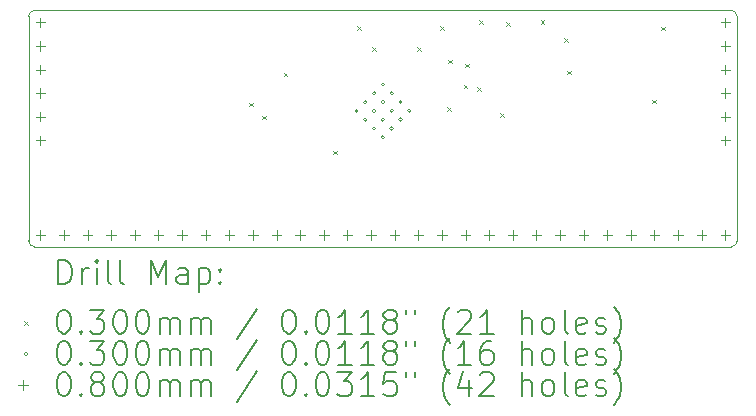
<source format=gbr>
%TF.GenerationSoftware,KiCad,Pcbnew,(6.0.10)*%
%TF.CreationDate,2023-02-04T17:17:54+01:00*%
%TF.ProjectId,Lumissil_IS31FL3742A_breakout,4c756d69-7373-4696-9c5f-49533331464c,rev?*%
%TF.SameCoordinates,Original*%
%TF.FileFunction,Drillmap*%
%TF.FilePolarity,Positive*%
%FSLAX45Y45*%
G04 Gerber Fmt 4.5, Leading zero omitted, Abs format (unit mm)*
G04 Created by KiCad (PCBNEW (6.0.10)) date 2023-02-04 17:17:54*
%MOMM*%
%LPD*%
G01*
G04 APERTURE LIST*
%ADD10C,0.100000*%
%ADD11C,0.200000*%
%ADD12C,0.030000*%
%ADD13C,0.080000*%
G04 APERTURE END LIST*
D10*
X6250000Y-3550000D02*
X12150000Y-3550000D01*
X6250000Y-3550000D02*
G75*
G03*
X6200000Y-3600000I0J-50000D01*
G01*
X6200000Y-5500000D02*
G75*
G03*
X6250000Y-5550000I50000J0D01*
G01*
X6200000Y-5500000D02*
X6200000Y-3600000D01*
X12150000Y-5550000D02*
X6250000Y-5550000D01*
X12200000Y-3600000D02*
X12200000Y-5500000D01*
X12200000Y-3600000D02*
G75*
G03*
X12150000Y-3550000I-50000J0D01*
G01*
X12150000Y-5550000D02*
G75*
G03*
X12200000Y-5500000I0J50000D01*
G01*
D11*
D12*
X8067000Y-4333000D02*
X8097000Y-4363000D01*
X8097000Y-4333000D02*
X8067000Y-4363000D01*
X8177000Y-4443000D02*
X8207000Y-4473000D01*
X8207000Y-4443000D02*
X8177000Y-4473000D01*
X8360000Y-4077901D02*
X8390000Y-4107901D01*
X8390000Y-4077901D02*
X8360000Y-4107901D01*
X8782200Y-4737200D02*
X8812200Y-4767200D01*
X8812200Y-4737200D02*
X8782200Y-4767200D01*
X8985000Y-3685000D02*
X9015000Y-3715000D01*
X9015000Y-3685000D02*
X8985000Y-3715000D01*
X9110000Y-3860000D02*
X9140000Y-3890000D01*
X9140000Y-3860000D02*
X9110000Y-3890000D01*
X9489000Y-3861000D02*
X9519000Y-3891000D01*
X9519000Y-3861000D02*
X9489000Y-3891000D01*
X9685000Y-3685000D02*
X9715000Y-3715000D01*
X9715000Y-3685000D02*
X9685000Y-3715000D01*
X9746000Y-4368000D02*
X9776000Y-4398000D01*
X9776000Y-4368000D02*
X9746000Y-4398000D01*
X9753173Y-3965547D02*
X9783173Y-3995547D01*
X9783173Y-3965547D02*
X9753173Y-3995547D01*
X9885644Y-4178356D02*
X9915644Y-4208356D01*
X9915644Y-4178356D02*
X9885644Y-4208356D01*
X9898000Y-4001000D02*
X9928000Y-4031000D01*
X9928000Y-4001000D02*
X9898000Y-4031000D01*
X9997000Y-4201050D02*
X10027000Y-4231050D01*
X10027000Y-4201050D02*
X9997000Y-4231050D01*
X10014000Y-3634000D02*
X10044000Y-3664000D01*
X10044000Y-3634000D02*
X10014000Y-3664000D01*
X10195000Y-4418000D02*
X10225000Y-4448000D01*
X10225000Y-4418000D02*
X10195000Y-4448000D01*
X10246000Y-3651000D02*
X10276000Y-3681000D01*
X10276000Y-3651000D02*
X10246000Y-3681000D01*
X10535000Y-3635000D02*
X10565000Y-3665000D01*
X10565000Y-3635000D02*
X10535000Y-3665000D01*
X10735000Y-3785000D02*
X10765000Y-3815000D01*
X10765000Y-3785000D02*
X10735000Y-3815000D01*
X10760000Y-4060000D02*
X10790000Y-4090000D01*
X10790000Y-4060000D02*
X10760000Y-4090000D01*
X11479000Y-4304000D02*
X11509000Y-4334000D01*
X11509000Y-4304000D02*
X11479000Y-4334000D01*
X11555000Y-3687900D02*
X11585000Y-3717900D01*
X11585000Y-3687900D02*
X11555000Y-3717900D01*
X8992261Y-4400000D02*
G75*
G03*
X8992261Y-4400000I-15000J0D01*
G01*
X9066508Y-4325754D02*
G75*
G03*
X9066508Y-4325754I-15000J0D01*
G01*
X9066508Y-4474246D02*
G75*
G03*
X9066508Y-4474246I-15000J0D01*
G01*
X9140754Y-4251508D02*
G75*
G03*
X9140754Y-4251508I-15000J0D01*
G01*
X9140754Y-4400000D02*
G75*
G03*
X9140754Y-4400000I-15000J0D01*
G01*
X9140754Y-4548492D02*
G75*
G03*
X9140754Y-4548492I-15000J0D01*
G01*
X9215000Y-4177261D02*
G75*
G03*
X9215000Y-4177261I-15000J0D01*
G01*
X9215000Y-4325754D02*
G75*
G03*
X9215000Y-4325754I-15000J0D01*
G01*
X9215000Y-4474246D02*
G75*
G03*
X9215000Y-4474246I-15000J0D01*
G01*
X9215000Y-4622739D02*
G75*
G03*
X9215000Y-4622739I-15000J0D01*
G01*
X9289246Y-4251508D02*
G75*
G03*
X9289246Y-4251508I-15000J0D01*
G01*
X9289246Y-4400000D02*
G75*
G03*
X9289246Y-4400000I-15000J0D01*
G01*
X9289246Y-4548492D02*
G75*
G03*
X9289246Y-4548492I-15000J0D01*
G01*
X9363492Y-4325754D02*
G75*
G03*
X9363492Y-4325754I-15000J0D01*
G01*
X9363492Y-4474246D02*
G75*
G03*
X9363492Y-4474246I-15000J0D01*
G01*
X9437739Y-4400000D02*
G75*
G03*
X9437739Y-4400000I-15000J0D01*
G01*
D13*
X6300000Y-3610000D02*
X6300000Y-3690000D01*
X6260000Y-3650000D02*
X6340000Y-3650000D01*
X6300000Y-3810000D02*
X6300000Y-3890000D01*
X6260000Y-3850000D02*
X6340000Y-3850000D01*
X6300000Y-4010000D02*
X6300000Y-4090000D01*
X6260000Y-4050000D02*
X6340000Y-4050000D01*
X6300000Y-4210000D02*
X6300000Y-4290000D01*
X6260000Y-4250000D02*
X6340000Y-4250000D01*
X6300000Y-4410000D02*
X6300000Y-4490000D01*
X6260000Y-4450000D02*
X6340000Y-4450000D01*
X6300000Y-4610000D02*
X6300000Y-4690000D01*
X6260000Y-4650000D02*
X6340000Y-4650000D01*
X6300000Y-5410000D02*
X6300000Y-5490000D01*
X6260000Y-5450000D02*
X6340000Y-5450000D01*
X6500000Y-5410000D02*
X6500000Y-5490000D01*
X6460000Y-5450000D02*
X6540000Y-5450000D01*
X6700000Y-5410000D02*
X6700000Y-5490000D01*
X6660000Y-5450000D02*
X6740000Y-5450000D01*
X6900000Y-5410000D02*
X6900000Y-5490000D01*
X6860000Y-5450000D02*
X6940000Y-5450000D01*
X7100000Y-5410000D02*
X7100000Y-5490000D01*
X7060000Y-5450000D02*
X7140000Y-5450000D01*
X7300000Y-5410000D02*
X7300000Y-5490000D01*
X7260000Y-5450000D02*
X7340000Y-5450000D01*
X7500000Y-5410000D02*
X7500000Y-5490000D01*
X7460000Y-5450000D02*
X7540000Y-5450000D01*
X7700000Y-5410000D02*
X7700000Y-5490000D01*
X7660000Y-5450000D02*
X7740000Y-5450000D01*
X7900000Y-5410000D02*
X7900000Y-5490000D01*
X7860000Y-5450000D02*
X7940000Y-5450000D01*
X8100000Y-5410000D02*
X8100000Y-5490000D01*
X8060000Y-5450000D02*
X8140000Y-5450000D01*
X8300000Y-5410000D02*
X8300000Y-5490000D01*
X8260000Y-5450000D02*
X8340000Y-5450000D01*
X8500000Y-5410000D02*
X8500000Y-5490000D01*
X8460000Y-5450000D02*
X8540000Y-5450000D01*
X8700000Y-5410000D02*
X8700000Y-5490000D01*
X8660000Y-5450000D02*
X8740000Y-5450000D01*
X8900000Y-5410000D02*
X8900000Y-5490000D01*
X8860000Y-5450000D02*
X8940000Y-5450000D01*
X9100000Y-5410000D02*
X9100000Y-5490000D01*
X9060000Y-5450000D02*
X9140000Y-5450000D01*
X9300000Y-5410000D02*
X9300000Y-5490000D01*
X9260000Y-5450000D02*
X9340000Y-5450000D01*
X9500000Y-5410000D02*
X9500000Y-5490000D01*
X9460000Y-5450000D02*
X9540000Y-5450000D01*
X9700000Y-5410000D02*
X9700000Y-5490000D01*
X9660000Y-5450000D02*
X9740000Y-5450000D01*
X9900000Y-5410000D02*
X9900000Y-5490000D01*
X9860000Y-5450000D02*
X9940000Y-5450000D01*
X10100000Y-5410000D02*
X10100000Y-5490000D01*
X10060000Y-5450000D02*
X10140000Y-5450000D01*
X10300000Y-5410000D02*
X10300000Y-5490000D01*
X10260000Y-5450000D02*
X10340000Y-5450000D01*
X10500000Y-5410000D02*
X10500000Y-5490000D01*
X10460000Y-5450000D02*
X10540000Y-5450000D01*
X10700000Y-5410000D02*
X10700000Y-5490000D01*
X10660000Y-5450000D02*
X10740000Y-5450000D01*
X10900000Y-5410000D02*
X10900000Y-5490000D01*
X10860000Y-5450000D02*
X10940000Y-5450000D01*
X11100000Y-5410000D02*
X11100000Y-5490000D01*
X11060000Y-5450000D02*
X11140000Y-5450000D01*
X11300000Y-5410000D02*
X11300000Y-5490000D01*
X11260000Y-5450000D02*
X11340000Y-5450000D01*
X11500000Y-5410000D02*
X11500000Y-5490000D01*
X11460000Y-5450000D02*
X11540000Y-5450000D01*
X11700000Y-5410000D02*
X11700000Y-5490000D01*
X11660000Y-5450000D02*
X11740000Y-5450000D01*
X11900000Y-5410000D02*
X11900000Y-5490000D01*
X11860000Y-5450000D02*
X11940000Y-5450000D01*
X12100000Y-3610000D02*
X12100000Y-3690000D01*
X12060000Y-3650000D02*
X12140000Y-3650000D01*
X12100000Y-3810000D02*
X12100000Y-3890000D01*
X12060000Y-3850000D02*
X12140000Y-3850000D01*
X12100000Y-4010000D02*
X12100000Y-4090000D01*
X12060000Y-4050000D02*
X12140000Y-4050000D01*
X12100000Y-4210000D02*
X12100000Y-4290000D01*
X12060000Y-4250000D02*
X12140000Y-4250000D01*
X12100000Y-4410000D02*
X12100000Y-4490000D01*
X12060000Y-4450000D02*
X12140000Y-4450000D01*
X12100000Y-4610000D02*
X12100000Y-4690000D01*
X12060000Y-4650000D02*
X12140000Y-4650000D01*
X12100000Y-5410000D02*
X12100000Y-5490000D01*
X12060000Y-5450000D02*
X12140000Y-5450000D01*
D11*
X6452619Y-5865476D02*
X6452619Y-5665476D01*
X6500238Y-5665476D01*
X6528809Y-5675000D01*
X6547857Y-5694048D01*
X6557381Y-5713095D01*
X6566905Y-5751190D01*
X6566905Y-5779762D01*
X6557381Y-5817857D01*
X6547857Y-5836905D01*
X6528809Y-5855952D01*
X6500238Y-5865476D01*
X6452619Y-5865476D01*
X6652619Y-5865476D02*
X6652619Y-5732143D01*
X6652619Y-5770238D02*
X6662143Y-5751190D01*
X6671667Y-5741667D01*
X6690714Y-5732143D01*
X6709762Y-5732143D01*
X6776428Y-5865476D02*
X6776428Y-5732143D01*
X6776428Y-5665476D02*
X6766905Y-5675000D01*
X6776428Y-5684524D01*
X6785952Y-5675000D01*
X6776428Y-5665476D01*
X6776428Y-5684524D01*
X6900238Y-5865476D02*
X6881190Y-5855952D01*
X6871667Y-5836905D01*
X6871667Y-5665476D01*
X7005000Y-5865476D02*
X6985952Y-5855952D01*
X6976428Y-5836905D01*
X6976428Y-5665476D01*
X7233571Y-5865476D02*
X7233571Y-5665476D01*
X7300238Y-5808333D01*
X7366905Y-5665476D01*
X7366905Y-5865476D01*
X7547857Y-5865476D02*
X7547857Y-5760714D01*
X7538333Y-5741667D01*
X7519286Y-5732143D01*
X7481190Y-5732143D01*
X7462143Y-5741667D01*
X7547857Y-5855952D02*
X7528809Y-5865476D01*
X7481190Y-5865476D01*
X7462143Y-5855952D01*
X7452619Y-5836905D01*
X7452619Y-5817857D01*
X7462143Y-5798809D01*
X7481190Y-5789286D01*
X7528809Y-5789286D01*
X7547857Y-5779762D01*
X7643095Y-5732143D02*
X7643095Y-5932143D01*
X7643095Y-5741667D02*
X7662143Y-5732143D01*
X7700238Y-5732143D01*
X7719286Y-5741667D01*
X7728809Y-5751190D01*
X7738333Y-5770238D01*
X7738333Y-5827381D01*
X7728809Y-5846428D01*
X7719286Y-5855952D01*
X7700238Y-5865476D01*
X7662143Y-5865476D01*
X7643095Y-5855952D01*
X7824048Y-5846428D02*
X7833571Y-5855952D01*
X7824048Y-5865476D01*
X7814524Y-5855952D01*
X7824048Y-5846428D01*
X7824048Y-5865476D01*
X7824048Y-5741667D02*
X7833571Y-5751190D01*
X7824048Y-5760714D01*
X7814524Y-5751190D01*
X7824048Y-5741667D01*
X7824048Y-5760714D01*
D12*
X6165000Y-6180000D02*
X6195000Y-6210000D01*
X6195000Y-6180000D02*
X6165000Y-6210000D01*
D11*
X6490714Y-6085476D02*
X6509762Y-6085476D01*
X6528809Y-6095000D01*
X6538333Y-6104524D01*
X6547857Y-6123571D01*
X6557381Y-6161667D01*
X6557381Y-6209286D01*
X6547857Y-6247381D01*
X6538333Y-6266428D01*
X6528809Y-6275952D01*
X6509762Y-6285476D01*
X6490714Y-6285476D01*
X6471667Y-6275952D01*
X6462143Y-6266428D01*
X6452619Y-6247381D01*
X6443095Y-6209286D01*
X6443095Y-6161667D01*
X6452619Y-6123571D01*
X6462143Y-6104524D01*
X6471667Y-6095000D01*
X6490714Y-6085476D01*
X6643095Y-6266428D02*
X6652619Y-6275952D01*
X6643095Y-6285476D01*
X6633571Y-6275952D01*
X6643095Y-6266428D01*
X6643095Y-6285476D01*
X6719286Y-6085476D02*
X6843095Y-6085476D01*
X6776428Y-6161667D01*
X6805000Y-6161667D01*
X6824048Y-6171190D01*
X6833571Y-6180714D01*
X6843095Y-6199762D01*
X6843095Y-6247381D01*
X6833571Y-6266428D01*
X6824048Y-6275952D01*
X6805000Y-6285476D01*
X6747857Y-6285476D01*
X6728809Y-6275952D01*
X6719286Y-6266428D01*
X6966905Y-6085476D02*
X6985952Y-6085476D01*
X7005000Y-6095000D01*
X7014524Y-6104524D01*
X7024048Y-6123571D01*
X7033571Y-6161667D01*
X7033571Y-6209286D01*
X7024048Y-6247381D01*
X7014524Y-6266428D01*
X7005000Y-6275952D01*
X6985952Y-6285476D01*
X6966905Y-6285476D01*
X6947857Y-6275952D01*
X6938333Y-6266428D01*
X6928809Y-6247381D01*
X6919286Y-6209286D01*
X6919286Y-6161667D01*
X6928809Y-6123571D01*
X6938333Y-6104524D01*
X6947857Y-6095000D01*
X6966905Y-6085476D01*
X7157381Y-6085476D02*
X7176428Y-6085476D01*
X7195476Y-6095000D01*
X7205000Y-6104524D01*
X7214524Y-6123571D01*
X7224048Y-6161667D01*
X7224048Y-6209286D01*
X7214524Y-6247381D01*
X7205000Y-6266428D01*
X7195476Y-6275952D01*
X7176428Y-6285476D01*
X7157381Y-6285476D01*
X7138333Y-6275952D01*
X7128809Y-6266428D01*
X7119286Y-6247381D01*
X7109762Y-6209286D01*
X7109762Y-6161667D01*
X7119286Y-6123571D01*
X7128809Y-6104524D01*
X7138333Y-6095000D01*
X7157381Y-6085476D01*
X7309762Y-6285476D02*
X7309762Y-6152143D01*
X7309762Y-6171190D02*
X7319286Y-6161667D01*
X7338333Y-6152143D01*
X7366905Y-6152143D01*
X7385952Y-6161667D01*
X7395476Y-6180714D01*
X7395476Y-6285476D01*
X7395476Y-6180714D02*
X7405000Y-6161667D01*
X7424048Y-6152143D01*
X7452619Y-6152143D01*
X7471667Y-6161667D01*
X7481190Y-6180714D01*
X7481190Y-6285476D01*
X7576428Y-6285476D02*
X7576428Y-6152143D01*
X7576428Y-6171190D02*
X7585952Y-6161667D01*
X7605000Y-6152143D01*
X7633571Y-6152143D01*
X7652619Y-6161667D01*
X7662143Y-6180714D01*
X7662143Y-6285476D01*
X7662143Y-6180714D02*
X7671667Y-6161667D01*
X7690714Y-6152143D01*
X7719286Y-6152143D01*
X7738333Y-6161667D01*
X7747857Y-6180714D01*
X7747857Y-6285476D01*
X8138333Y-6075952D02*
X7966905Y-6333095D01*
X8395476Y-6085476D02*
X8414524Y-6085476D01*
X8433571Y-6095000D01*
X8443095Y-6104524D01*
X8452619Y-6123571D01*
X8462143Y-6161667D01*
X8462143Y-6209286D01*
X8452619Y-6247381D01*
X8443095Y-6266428D01*
X8433571Y-6275952D01*
X8414524Y-6285476D01*
X8395476Y-6285476D01*
X8376428Y-6275952D01*
X8366905Y-6266428D01*
X8357381Y-6247381D01*
X8347857Y-6209286D01*
X8347857Y-6161667D01*
X8357381Y-6123571D01*
X8366905Y-6104524D01*
X8376428Y-6095000D01*
X8395476Y-6085476D01*
X8547857Y-6266428D02*
X8557381Y-6275952D01*
X8547857Y-6285476D01*
X8538333Y-6275952D01*
X8547857Y-6266428D01*
X8547857Y-6285476D01*
X8681190Y-6085476D02*
X8700238Y-6085476D01*
X8719286Y-6095000D01*
X8728810Y-6104524D01*
X8738333Y-6123571D01*
X8747857Y-6161667D01*
X8747857Y-6209286D01*
X8738333Y-6247381D01*
X8728810Y-6266428D01*
X8719286Y-6275952D01*
X8700238Y-6285476D01*
X8681190Y-6285476D01*
X8662143Y-6275952D01*
X8652619Y-6266428D01*
X8643095Y-6247381D01*
X8633571Y-6209286D01*
X8633571Y-6161667D01*
X8643095Y-6123571D01*
X8652619Y-6104524D01*
X8662143Y-6095000D01*
X8681190Y-6085476D01*
X8938333Y-6285476D02*
X8824048Y-6285476D01*
X8881190Y-6285476D02*
X8881190Y-6085476D01*
X8862143Y-6114048D01*
X8843095Y-6133095D01*
X8824048Y-6142619D01*
X9128810Y-6285476D02*
X9014524Y-6285476D01*
X9071667Y-6285476D02*
X9071667Y-6085476D01*
X9052619Y-6114048D01*
X9033571Y-6133095D01*
X9014524Y-6142619D01*
X9243095Y-6171190D02*
X9224048Y-6161667D01*
X9214524Y-6152143D01*
X9205000Y-6133095D01*
X9205000Y-6123571D01*
X9214524Y-6104524D01*
X9224048Y-6095000D01*
X9243095Y-6085476D01*
X9281190Y-6085476D01*
X9300238Y-6095000D01*
X9309762Y-6104524D01*
X9319286Y-6123571D01*
X9319286Y-6133095D01*
X9309762Y-6152143D01*
X9300238Y-6161667D01*
X9281190Y-6171190D01*
X9243095Y-6171190D01*
X9224048Y-6180714D01*
X9214524Y-6190238D01*
X9205000Y-6209286D01*
X9205000Y-6247381D01*
X9214524Y-6266428D01*
X9224048Y-6275952D01*
X9243095Y-6285476D01*
X9281190Y-6285476D01*
X9300238Y-6275952D01*
X9309762Y-6266428D01*
X9319286Y-6247381D01*
X9319286Y-6209286D01*
X9309762Y-6190238D01*
X9300238Y-6180714D01*
X9281190Y-6171190D01*
X9395476Y-6085476D02*
X9395476Y-6123571D01*
X9471667Y-6085476D02*
X9471667Y-6123571D01*
X9766905Y-6361667D02*
X9757381Y-6352143D01*
X9738333Y-6323571D01*
X9728810Y-6304524D01*
X9719286Y-6275952D01*
X9709762Y-6228333D01*
X9709762Y-6190238D01*
X9719286Y-6142619D01*
X9728810Y-6114048D01*
X9738333Y-6095000D01*
X9757381Y-6066428D01*
X9766905Y-6056905D01*
X9833571Y-6104524D02*
X9843095Y-6095000D01*
X9862143Y-6085476D01*
X9909762Y-6085476D01*
X9928810Y-6095000D01*
X9938333Y-6104524D01*
X9947857Y-6123571D01*
X9947857Y-6142619D01*
X9938333Y-6171190D01*
X9824048Y-6285476D01*
X9947857Y-6285476D01*
X10138333Y-6285476D02*
X10024048Y-6285476D01*
X10081190Y-6285476D02*
X10081190Y-6085476D01*
X10062143Y-6114048D01*
X10043095Y-6133095D01*
X10024048Y-6142619D01*
X10376429Y-6285476D02*
X10376429Y-6085476D01*
X10462143Y-6285476D02*
X10462143Y-6180714D01*
X10452619Y-6161667D01*
X10433571Y-6152143D01*
X10405000Y-6152143D01*
X10385952Y-6161667D01*
X10376429Y-6171190D01*
X10585952Y-6285476D02*
X10566905Y-6275952D01*
X10557381Y-6266428D01*
X10547857Y-6247381D01*
X10547857Y-6190238D01*
X10557381Y-6171190D01*
X10566905Y-6161667D01*
X10585952Y-6152143D01*
X10614524Y-6152143D01*
X10633571Y-6161667D01*
X10643095Y-6171190D01*
X10652619Y-6190238D01*
X10652619Y-6247381D01*
X10643095Y-6266428D01*
X10633571Y-6275952D01*
X10614524Y-6285476D01*
X10585952Y-6285476D01*
X10766905Y-6285476D02*
X10747857Y-6275952D01*
X10738333Y-6256905D01*
X10738333Y-6085476D01*
X10919286Y-6275952D02*
X10900238Y-6285476D01*
X10862143Y-6285476D01*
X10843095Y-6275952D01*
X10833571Y-6256905D01*
X10833571Y-6180714D01*
X10843095Y-6161667D01*
X10862143Y-6152143D01*
X10900238Y-6152143D01*
X10919286Y-6161667D01*
X10928810Y-6180714D01*
X10928810Y-6199762D01*
X10833571Y-6218809D01*
X11005000Y-6275952D02*
X11024048Y-6285476D01*
X11062143Y-6285476D01*
X11081190Y-6275952D01*
X11090714Y-6256905D01*
X11090714Y-6247381D01*
X11081190Y-6228333D01*
X11062143Y-6218809D01*
X11033571Y-6218809D01*
X11014524Y-6209286D01*
X11005000Y-6190238D01*
X11005000Y-6180714D01*
X11014524Y-6161667D01*
X11033571Y-6152143D01*
X11062143Y-6152143D01*
X11081190Y-6161667D01*
X11157381Y-6361667D02*
X11166905Y-6352143D01*
X11185952Y-6323571D01*
X11195476Y-6304524D01*
X11205000Y-6275952D01*
X11214524Y-6228333D01*
X11214524Y-6190238D01*
X11205000Y-6142619D01*
X11195476Y-6114048D01*
X11185952Y-6095000D01*
X11166905Y-6066428D01*
X11157381Y-6056905D01*
D12*
X6195000Y-6459000D02*
G75*
G03*
X6195000Y-6459000I-15000J0D01*
G01*
D11*
X6490714Y-6349476D02*
X6509762Y-6349476D01*
X6528809Y-6359000D01*
X6538333Y-6368524D01*
X6547857Y-6387571D01*
X6557381Y-6425667D01*
X6557381Y-6473286D01*
X6547857Y-6511381D01*
X6538333Y-6530428D01*
X6528809Y-6539952D01*
X6509762Y-6549476D01*
X6490714Y-6549476D01*
X6471667Y-6539952D01*
X6462143Y-6530428D01*
X6452619Y-6511381D01*
X6443095Y-6473286D01*
X6443095Y-6425667D01*
X6452619Y-6387571D01*
X6462143Y-6368524D01*
X6471667Y-6359000D01*
X6490714Y-6349476D01*
X6643095Y-6530428D02*
X6652619Y-6539952D01*
X6643095Y-6549476D01*
X6633571Y-6539952D01*
X6643095Y-6530428D01*
X6643095Y-6549476D01*
X6719286Y-6349476D02*
X6843095Y-6349476D01*
X6776428Y-6425667D01*
X6805000Y-6425667D01*
X6824048Y-6435190D01*
X6833571Y-6444714D01*
X6843095Y-6463762D01*
X6843095Y-6511381D01*
X6833571Y-6530428D01*
X6824048Y-6539952D01*
X6805000Y-6549476D01*
X6747857Y-6549476D01*
X6728809Y-6539952D01*
X6719286Y-6530428D01*
X6966905Y-6349476D02*
X6985952Y-6349476D01*
X7005000Y-6359000D01*
X7014524Y-6368524D01*
X7024048Y-6387571D01*
X7033571Y-6425667D01*
X7033571Y-6473286D01*
X7024048Y-6511381D01*
X7014524Y-6530428D01*
X7005000Y-6539952D01*
X6985952Y-6549476D01*
X6966905Y-6549476D01*
X6947857Y-6539952D01*
X6938333Y-6530428D01*
X6928809Y-6511381D01*
X6919286Y-6473286D01*
X6919286Y-6425667D01*
X6928809Y-6387571D01*
X6938333Y-6368524D01*
X6947857Y-6359000D01*
X6966905Y-6349476D01*
X7157381Y-6349476D02*
X7176428Y-6349476D01*
X7195476Y-6359000D01*
X7205000Y-6368524D01*
X7214524Y-6387571D01*
X7224048Y-6425667D01*
X7224048Y-6473286D01*
X7214524Y-6511381D01*
X7205000Y-6530428D01*
X7195476Y-6539952D01*
X7176428Y-6549476D01*
X7157381Y-6549476D01*
X7138333Y-6539952D01*
X7128809Y-6530428D01*
X7119286Y-6511381D01*
X7109762Y-6473286D01*
X7109762Y-6425667D01*
X7119286Y-6387571D01*
X7128809Y-6368524D01*
X7138333Y-6359000D01*
X7157381Y-6349476D01*
X7309762Y-6549476D02*
X7309762Y-6416143D01*
X7309762Y-6435190D02*
X7319286Y-6425667D01*
X7338333Y-6416143D01*
X7366905Y-6416143D01*
X7385952Y-6425667D01*
X7395476Y-6444714D01*
X7395476Y-6549476D01*
X7395476Y-6444714D02*
X7405000Y-6425667D01*
X7424048Y-6416143D01*
X7452619Y-6416143D01*
X7471667Y-6425667D01*
X7481190Y-6444714D01*
X7481190Y-6549476D01*
X7576428Y-6549476D02*
X7576428Y-6416143D01*
X7576428Y-6435190D02*
X7585952Y-6425667D01*
X7605000Y-6416143D01*
X7633571Y-6416143D01*
X7652619Y-6425667D01*
X7662143Y-6444714D01*
X7662143Y-6549476D01*
X7662143Y-6444714D02*
X7671667Y-6425667D01*
X7690714Y-6416143D01*
X7719286Y-6416143D01*
X7738333Y-6425667D01*
X7747857Y-6444714D01*
X7747857Y-6549476D01*
X8138333Y-6339952D02*
X7966905Y-6597095D01*
X8395476Y-6349476D02*
X8414524Y-6349476D01*
X8433571Y-6359000D01*
X8443095Y-6368524D01*
X8452619Y-6387571D01*
X8462143Y-6425667D01*
X8462143Y-6473286D01*
X8452619Y-6511381D01*
X8443095Y-6530428D01*
X8433571Y-6539952D01*
X8414524Y-6549476D01*
X8395476Y-6549476D01*
X8376428Y-6539952D01*
X8366905Y-6530428D01*
X8357381Y-6511381D01*
X8347857Y-6473286D01*
X8347857Y-6425667D01*
X8357381Y-6387571D01*
X8366905Y-6368524D01*
X8376428Y-6359000D01*
X8395476Y-6349476D01*
X8547857Y-6530428D02*
X8557381Y-6539952D01*
X8547857Y-6549476D01*
X8538333Y-6539952D01*
X8547857Y-6530428D01*
X8547857Y-6549476D01*
X8681190Y-6349476D02*
X8700238Y-6349476D01*
X8719286Y-6359000D01*
X8728810Y-6368524D01*
X8738333Y-6387571D01*
X8747857Y-6425667D01*
X8747857Y-6473286D01*
X8738333Y-6511381D01*
X8728810Y-6530428D01*
X8719286Y-6539952D01*
X8700238Y-6549476D01*
X8681190Y-6549476D01*
X8662143Y-6539952D01*
X8652619Y-6530428D01*
X8643095Y-6511381D01*
X8633571Y-6473286D01*
X8633571Y-6425667D01*
X8643095Y-6387571D01*
X8652619Y-6368524D01*
X8662143Y-6359000D01*
X8681190Y-6349476D01*
X8938333Y-6549476D02*
X8824048Y-6549476D01*
X8881190Y-6549476D02*
X8881190Y-6349476D01*
X8862143Y-6378048D01*
X8843095Y-6397095D01*
X8824048Y-6406619D01*
X9128810Y-6549476D02*
X9014524Y-6549476D01*
X9071667Y-6549476D02*
X9071667Y-6349476D01*
X9052619Y-6378048D01*
X9033571Y-6397095D01*
X9014524Y-6406619D01*
X9243095Y-6435190D02*
X9224048Y-6425667D01*
X9214524Y-6416143D01*
X9205000Y-6397095D01*
X9205000Y-6387571D01*
X9214524Y-6368524D01*
X9224048Y-6359000D01*
X9243095Y-6349476D01*
X9281190Y-6349476D01*
X9300238Y-6359000D01*
X9309762Y-6368524D01*
X9319286Y-6387571D01*
X9319286Y-6397095D01*
X9309762Y-6416143D01*
X9300238Y-6425667D01*
X9281190Y-6435190D01*
X9243095Y-6435190D01*
X9224048Y-6444714D01*
X9214524Y-6454238D01*
X9205000Y-6473286D01*
X9205000Y-6511381D01*
X9214524Y-6530428D01*
X9224048Y-6539952D01*
X9243095Y-6549476D01*
X9281190Y-6549476D01*
X9300238Y-6539952D01*
X9309762Y-6530428D01*
X9319286Y-6511381D01*
X9319286Y-6473286D01*
X9309762Y-6454238D01*
X9300238Y-6444714D01*
X9281190Y-6435190D01*
X9395476Y-6349476D02*
X9395476Y-6387571D01*
X9471667Y-6349476D02*
X9471667Y-6387571D01*
X9766905Y-6625667D02*
X9757381Y-6616143D01*
X9738333Y-6587571D01*
X9728810Y-6568524D01*
X9719286Y-6539952D01*
X9709762Y-6492333D01*
X9709762Y-6454238D01*
X9719286Y-6406619D01*
X9728810Y-6378048D01*
X9738333Y-6359000D01*
X9757381Y-6330428D01*
X9766905Y-6320905D01*
X9947857Y-6549476D02*
X9833571Y-6549476D01*
X9890714Y-6549476D02*
X9890714Y-6349476D01*
X9871667Y-6378048D01*
X9852619Y-6397095D01*
X9833571Y-6406619D01*
X10119286Y-6349476D02*
X10081190Y-6349476D01*
X10062143Y-6359000D01*
X10052619Y-6368524D01*
X10033571Y-6397095D01*
X10024048Y-6435190D01*
X10024048Y-6511381D01*
X10033571Y-6530428D01*
X10043095Y-6539952D01*
X10062143Y-6549476D01*
X10100238Y-6549476D01*
X10119286Y-6539952D01*
X10128810Y-6530428D01*
X10138333Y-6511381D01*
X10138333Y-6463762D01*
X10128810Y-6444714D01*
X10119286Y-6435190D01*
X10100238Y-6425667D01*
X10062143Y-6425667D01*
X10043095Y-6435190D01*
X10033571Y-6444714D01*
X10024048Y-6463762D01*
X10376429Y-6549476D02*
X10376429Y-6349476D01*
X10462143Y-6549476D02*
X10462143Y-6444714D01*
X10452619Y-6425667D01*
X10433571Y-6416143D01*
X10405000Y-6416143D01*
X10385952Y-6425667D01*
X10376429Y-6435190D01*
X10585952Y-6549476D02*
X10566905Y-6539952D01*
X10557381Y-6530428D01*
X10547857Y-6511381D01*
X10547857Y-6454238D01*
X10557381Y-6435190D01*
X10566905Y-6425667D01*
X10585952Y-6416143D01*
X10614524Y-6416143D01*
X10633571Y-6425667D01*
X10643095Y-6435190D01*
X10652619Y-6454238D01*
X10652619Y-6511381D01*
X10643095Y-6530428D01*
X10633571Y-6539952D01*
X10614524Y-6549476D01*
X10585952Y-6549476D01*
X10766905Y-6549476D02*
X10747857Y-6539952D01*
X10738333Y-6520905D01*
X10738333Y-6349476D01*
X10919286Y-6539952D02*
X10900238Y-6549476D01*
X10862143Y-6549476D01*
X10843095Y-6539952D01*
X10833571Y-6520905D01*
X10833571Y-6444714D01*
X10843095Y-6425667D01*
X10862143Y-6416143D01*
X10900238Y-6416143D01*
X10919286Y-6425667D01*
X10928810Y-6444714D01*
X10928810Y-6463762D01*
X10833571Y-6482809D01*
X11005000Y-6539952D02*
X11024048Y-6549476D01*
X11062143Y-6549476D01*
X11081190Y-6539952D01*
X11090714Y-6520905D01*
X11090714Y-6511381D01*
X11081190Y-6492333D01*
X11062143Y-6482809D01*
X11033571Y-6482809D01*
X11014524Y-6473286D01*
X11005000Y-6454238D01*
X11005000Y-6444714D01*
X11014524Y-6425667D01*
X11033571Y-6416143D01*
X11062143Y-6416143D01*
X11081190Y-6425667D01*
X11157381Y-6625667D02*
X11166905Y-6616143D01*
X11185952Y-6587571D01*
X11195476Y-6568524D01*
X11205000Y-6539952D01*
X11214524Y-6492333D01*
X11214524Y-6454238D01*
X11205000Y-6406619D01*
X11195476Y-6378048D01*
X11185952Y-6359000D01*
X11166905Y-6330428D01*
X11157381Y-6320905D01*
D13*
X6155000Y-6683000D02*
X6155000Y-6763000D01*
X6115000Y-6723000D02*
X6195000Y-6723000D01*
D11*
X6490714Y-6613476D02*
X6509762Y-6613476D01*
X6528809Y-6623000D01*
X6538333Y-6632524D01*
X6547857Y-6651571D01*
X6557381Y-6689667D01*
X6557381Y-6737286D01*
X6547857Y-6775381D01*
X6538333Y-6794428D01*
X6528809Y-6803952D01*
X6509762Y-6813476D01*
X6490714Y-6813476D01*
X6471667Y-6803952D01*
X6462143Y-6794428D01*
X6452619Y-6775381D01*
X6443095Y-6737286D01*
X6443095Y-6689667D01*
X6452619Y-6651571D01*
X6462143Y-6632524D01*
X6471667Y-6623000D01*
X6490714Y-6613476D01*
X6643095Y-6794428D02*
X6652619Y-6803952D01*
X6643095Y-6813476D01*
X6633571Y-6803952D01*
X6643095Y-6794428D01*
X6643095Y-6813476D01*
X6766905Y-6699190D02*
X6747857Y-6689667D01*
X6738333Y-6680143D01*
X6728809Y-6661095D01*
X6728809Y-6651571D01*
X6738333Y-6632524D01*
X6747857Y-6623000D01*
X6766905Y-6613476D01*
X6805000Y-6613476D01*
X6824048Y-6623000D01*
X6833571Y-6632524D01*
X6843095Y-6651571D01*
X6843095Y-6661095D01*
X6833571Y-6680143D01*
X6824048Y-6689667D01*
X6805000Y-6699190D01*
X6766905Y-6699190D01*
X6747857Y-6708714D01*
X6738333Y-6718238D01*
X6728809Y-6737286D01*
X6728809Y-6775381D01*
X6738333Y-6794428D01*
X6747857Y-6803952D01*
X6766905Y-6813476D01*
X6805000Y-6813476D01*
X6824048Y-6803952D01*
X6833571Y-6794428D01*
X6843095Y-6775381D01*
X6843095Y-6737286D01*
X6833571Y-6718238D01*
X6824048Y-6708714D01*
X6805000Y-6699190D01*
X6966905Y-6613476D02*
X6985952Y-6613476D01*
X7005000Y-6623000D01*
X7014524Y-6632524D01*
X7024048Y-6651571D01*
X7033571Y-6689667D01*
X7033571Y-6737286D01*
X7024048Y-6775381D01*
X7014524Y-6794428D01*
X7005000Y-6803952D01*
X6985952Y-6813476D01*
X6966905Y-6813476D01*
X6947857Y-6803952D01*
X6938333Y-6794428D01*
X6928809Y-6775381D01*
X6919286Y-6737286D01*
X6919286Y-6689667D01*
X6928809Y-6651571D01*
X6938333Y-6632524D01*
X6947857Y-6623000D01*
X6966905Y-6613476D01*
X7157381Y-6613476D02*
X7176428Y-6613476D01*
X7195476Y-6623000D01*
X7205000Y-6632524D01*
X7214524Y-6651571D01*
X7224048Y-6689667D01*
X7224048Y-6737286D01*
X7214524Y-6775381D01*
X7205000Y-6794428D01*
X7195476Y-6803952D01*
X7176428Y-6813476D01*
X7157381Y-6813476D01*
X7138333Y-6803952D01*
X7128809Y-6794428D01*
X7119286Y-6775381D01*
X7109762Y-6737286D01*
X7109762Y-6689667D01*
X7119286Y-6651571D01*
X7128809Y-6632524D01*
X7138333Y-6623000D01*
X7157381Y-6613476D01*
X7309762Y-6813476D02*
X7309762Y-6680143D01*
X7309762Y-6699190D02*
X7319286Y-6689667D01*
X7338333Y-6680143D01*
X7366905Y-6680143D01*
X7385952Y-6689667D01*
X7395476Y-6708714D01*
X7395476Y-6813476D01*
X7395476Y-6708714D02*
X7405000Y-6689667D01*
X7424048Y-6680143D01*
X7452619Y-6680143D01*
X7471667Y-6689667D01*
X7481190Y-6708714D01*
X7481190Y-6813476D01*
X7576428Y-6813476D02*
X7576428Y-6680143D01*
X7576428Y-6699190D02*
X7585952Y-6689667D01*
X7605000Y-6680143D01*
X7633571Y-6680143D01*
X7652619Y-6689667D01*
X7662143Y-6708714D01*
X7662143Y-6813476D01*
X7662143Y-6708714D02*
X7671667Y-6689667D01*
X7690714Y-6680143D01*
X7719286Y-6680143D01*
X7738333Y-6689667D01*
X7747857Y-6708714D01*
X7747857Y-6813476D01*
X8138333Y-6603952D02*
X7966905Y-6861095D01*
X8395476Y-6613476D02*
X8414524Y-6613476D01*
X8433571Y-6623000D01*
X8443095Y-6632524D01*
X8452619Y-6651571D01*
X8462143Y-6689667D01*
X8462143Y-6737286D01*
X8452619Y-6775381D01*
X8443095Y-6794428D01*
X8433571Y-6803952D01*
X8414524Y-6813476D01*
X8395476Y-6813476D01*
X8376428Y-6803952D01*
X8366905Y-6794428D01*
X8357381Y-6775381D01*
X8347857Y-6737286D01*
X8347857Y-6689667D01*
X8357381Y-6651571D01*
X8366905Y-6632524D01*
X8376428Y-6623000D01*
X8395476Y-6613476D01*
X8547857Y-6794428D02*
X8557381Y-6803952D01*
X8547857Y-6813476D01*
X8538333Y-6803952D01*
X8547857Y-6794428D01*
X8547857Y-6813476D01*
X8681190Y-6613476D02*
X8700238Y-6613476D01*
X8719286Y-6623000D01*
X8728810Y-6632524D01*
X8738333Y-6651571D01*
X8747857Y-6689667D01*
X8747857Y-6737286D01*
X8738333Y-6775381D01*
X8728810Y-6794428D01*
X8719286Y-6803952D01*
X8700238Y-6813476D01*
X8681190Y-6813476D01*
X8662143Y-6803952D01*
X8652619Y-6794428D01*
X8643095Y-6775381D01*
X8633571Y-6737286D01*
X8633571Y-6689667D01*
X8643095Y-6651571D01*
X8652619Y-6632524D01*
X8662143Y-6623000D01*
X8681190Y-6613476D01*
X8814524Y-6613476D02*
X8938333Y-6613476D01*
X8871667Y-6689667D01*
X8900238Y-6689667D01*
X8919286Y-6699190D01*
X8928810Y-6708714D01*
X8938333Y-6727762D01*
X8938333Y-6775381D01*
X8928810Y-6794428D01*
X8919286Y-6803952D01*
X8900238Y-6813476D01*
X8843095Y-6813476D01*
X8824048Y-6803952D01*
X8814524Y-6794428D01*
X9128810Y-6813476D02*
X9014524Y-6813476D01*
X9071667Y-6813476D02*
X9071667Y-6613476D01*
X9052619Y-6642048D01*
X9033571Y-6661095D01*
X9014524Y-6670619D01*
X9309762Y-6613476D02*
X9214524Y-6613476D01*
X9205000Y-6708714D01*
X9214524Y-6699190D01*
X9233571Y-6689667D01*
X9281190Y-6689667D01*
X9300238Y-6699190D01*
X9309762Y-6708714D01*
X9319286Y-6727762D01*
X9319286Y-6775381D01*
X9309762Y-6794428D01*
X9300238Y-6803952D01*
X9281190Y-6813476D01*
X9233571Y-6813476D01*
X9214524Y-6803952D01*
X9205000Y-6794428D01*
X9395476Y-6613476D02*
X9395476Y-6651571D01*
X9471667Y-6613476D02*
X9471667Y-6651571D01*
X9766905Y-6889667D02*
X9757381Y-6880143D01*
X9738333Y-6851571D01*
X9728810Y-6832524D01*
X9719286Y-6803952D01*
X9709762Y-6756333D01*
X9709762Y-6718238D01*
X9719286Y-6670619D01*
X9728810Y-6642048D01*
X9738333Y-6623000D01*
X9757381Y-6594428D01*
X9766905Y-6584905D01*
X9928810Y-6680143D02*
X9928810Y-6813476D01*
X9881190Y-6603952D02*
X9833571Y-6746809D01*
X9957381Y-6746809D01*
X10024048Y-6632524D02*
X10033571Y-6623000D01*
X10052619Y-6613476D01*
X10100238Y-6613476D01*
X10119286Y-6623000D01*
X10128810Y-6632524D01*
X10138333Y-6651571D01*
X10138333Y-6670619D01*
X10128810Y-6699190D01*
X10014524Y-6813476D01*
X10138333Y-6813476D01*
X10376429Y-6813476D02*
X10376429Y-6613476D01*
X10462143Y-6813476D02*
X10462143Y-6708714D01*
X10452619Y-6689667D01*
X10433571Y-6680143D01*
X10405000Y-6680143D01*
X10385952Y-6689667D01*
X10376429Y-6699190D01*
X10585952Y-6813476D02*
X10566905Y-6803952D01*
X10557381Y-6794428D01*
X10547857Y-6775381D01*
X10547857Y-6718238D01*
X10557381Y-6699190D01*
X10566905Y-6689667D01*
X10585952Y-6680143D01*
X10614524Y-6680143D01*
X10633571Y-6689667D01*
X10643095Y-6699190D01*
X10652619Y-6718238D01*
X10652619Y-6775381D01*
X10643095Y-6794428D01*
X10633571Y-6803952D01*
X10614524Y-6813476D01*
X10585952Y-6813476D01*
X10766905Y-6813476D02*
X10747857Y-6803952D01*
X10738333Y-6784905D01*
X10738333Y-6613476D01*
X10919286Y-6803952D02*
X10900238Y-6813476D01*
X10862143Y-6813476D01*
X10843095Y-6803952D01*
X10833571Y-6784905D01*
X10833571Y-6708714D01*
X10843095Y-6689667D01*
X10862143Y-6680143D01*
X10900238Y-6680143D01*
X10919286Y-6689667D01*
X10928810Y-6708714D01*
X10928810Y-6727762D01*
X10833571Y-6746809D01*
X11005000Y-6803952D02*
X11024048Y-6813476D01*
X11062143Y-6813476D01*
X11081190Y-6803952D01*
X11090714Y-6784905D01*
X11090714Y-6775381D01*
X11081190Y-6756333D01*
X11062143Y-6746809D01*
X11033571Y-6746809D01*
X11014524Y-6737286D01*
X11005000Y-6718238D01*
X11005000Y-6708714D01*
X11014524Y-6689667D01*
X11033571Y-6680143D01*
X11062143Y-6680143D01*
X11081190Y-6689667D01*
X11157381Y-6889667D02*
X11166905Y-6880143D01*
X11185952Y-6851571D01*
X11195476Y-6832524D01*
X11205000Y-6803952D01*
X11214524Y-6756333D01*
X11214524Y-6718238D01*
X11205000Y-6670619D01*
X11195476Y-6642048D01*
X11185952Y-6623000D01*
X11166905Y-6594428D01*
X11157381Y-6584905D01*
M02*

</source>
